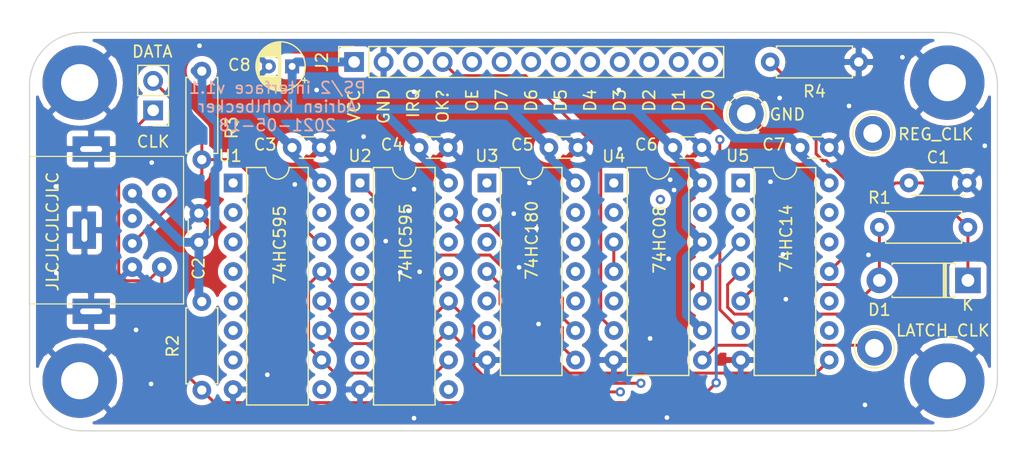
<source format=kicad_pcb>
(kicad_pcb (version 20171130) (host pcbnew "(5.1.10-1-10_14)")
  (layers (0 F.Cu signal) (1 In1.Cu signal) (2 In2.Cu signal) (31 B.Cu signal) (34 B.Paste user) (35 F.Paste user) (36 B.SilkS user) (37 F.SilkS user) (38 B.Mask user) (39 F.Mask user) (44 Edge.Cuts user))
  (net 0 "")
  (net 1 GND)
  (net 2 "Net-(C1-Pad1)")
  (net 3 VCC)
  (net 4 "Net-(D1-Pad2)")
  (net 5 /D0)
  (net 6 /D1)
  (net 7 /D2)
  (net 8 /D3)
  (net 9 /D4)
  (net 10 /D5)
  (net 11 /D6)
  (net 12 /D7)
  (net 13 BUS_ENABLE)
  (net 14 VALID_PACKET)
  (net 15 IRQ)
  (net 16 KBD_CLK)
  (net 17 KBD_DATA)
  (net 18 /DE)
  (net 19 ~REG_OE)
  (net 20 ~LATCH_CLK)
  (net 21 ~REG_CLK)
  (net 22 "Net-(U1-Pad9)")
  (net 23 /DP)
  (net 24 /DS)
  (net 25 "Net-(U3-Pad5)")
  (net 26 "Net-(U3-Pad4)")
  (net 27 "Net-(U4-Pad10)")
  (net 28 "Net-(U4-Pad3)")
  (net 29 "Net-(U4-Pad2)")
  (net 30 "Net-(J1-Pad6)")
  (net 31 "Net-(J1-Pad2)")
  (net 32 "Net-(U2-Pad7)")
  (net 33 "Net-(U2-Pad6)")
  (net 34 "Net-(U2-Pad5)")
  (net 35 "Net-(U2-Pad4)")
  (net 36 "Net-(U2-Pad3)")
  (net 37 "Net-(U2-Pad9)")
  (net 38 "Net-(U3-Pad6)")
  (module TestPoint:TestPoint_Loop_D2.60mm_Drill1.6mm_Beaded (layer F.Cu) (at 137.3886 66.9544)
    (fp_text reference TP3 hide)
    (fp_text value GND (at 3.5306 0.0508) (layer F.SilkS))
    (pad 1 thru_hole circle (at 0 0) (size 3 3) (drill 1.6) (layers *.Cu *.Mask) (net 1 GND))
  )
  (module TestPoint:TestPoint_Loop_D2.60mm_Drill1.6mm_Beaded (layer F.Cu) (at 148.4122 87.122)
    (fp_text reference TP2 hide)
    (fp_text value LATCH_CLK (at 5.8928 -1.524) (layer F.SilkS))
    (pad 1 thru_hole circle (at 0 0) (size 3 3) (drill 1.6) (layers *.Cu *.Mask) (net 20 ~LATCH_CLK))
  )
  (module TestPoint:TestPoint_Loop_D2.60mm_Drill1.6mm_Beaded (layer F.Cu) (at 148.2598 68.6308)
    (fp_text reference TP1 hide)
    (fp_text value REG_CLK (at 5.4356 0.0762) (layer F.SilkS))
    (pad 1 thru_hole circle (at 0 0) (size 3 3) (drill 1.6) (layers *.Cu *.Mask) (net 21 ~REG_CLK))
  )
  (module Connector_PinHeader_2.54mm:PinHeader_1x02_P2.54mm_Vertical (layer F.Cu) (at 86.3346 66.6496 180)
    (fp_text reference J3 hide)
    (fp_text value KBD)
    (pad 2 thru_hole oval (at 0 2.54 180) (size 1.7 1.7) (drill 1) (layers *.Cu *.Mask) (net 17 KBD_DATA))
    (pad 1 thru_hole rect (at 0 0 180) (size 1.7 1.7) (drill 1) (layers *.Cu *.Mask) (net 16 KBD_CLK))
  )
  (module AK's_Footprints:PS2_mini_din_6 (layer F.Cu) (at 82.2706 76.962 270)
    (fp_text reference J1)
    (fp_text value Mini-DIN-6)
    (pad GND thru_hole rect (at -6.985 1.27 270) (size 2.16916 3.2004) (drill oval 0.5 1.9) (layers *.Cu *.Mask) (net 1 GND))
    (pad GND thru_hole rect (at 6.985 1.27 270) (size 2.16916 3.2004) (drill oval 0.5 1.9) (layers *.Cu *.Mask) (net 1 GND))
    (pad GND thru_hole rect (at 0 1.8542 270) (size 3.2004 1.99898) (drill oval 2 0.5) (layers *.Cu *.Mask) (net 1 GND))
    (pad 3 thru_hole circle (at 3.175 -2.27 270) (size 1.7 1.7) (drill 0.75) (layers *.Cu *.Mask) (net 1 GND))
    (pad 4 thru_hole circle (at -3.175 -2.27 270) (size 1.7 1.7) (drill 0.75) (layers *.Cu *.Mask) (net 3 VCC))
    (pad 6 thru_hole circle (at -3.175 -4.81 270) (size 1.7 1.7) (drill 0.75) (layers *.Cu *.Mask) (net 30 "Net-(J1-Pad6)"))
    (pad 5 thru_hole circle (at 3.175 -4.81 270) (size 1.7 1.7) (drill 0.75) (layers *.Cu *.Mask) (net 16 KBD_CLK))
    (pad 1 thru_hole circle (at 1.143 -2.27 270) (size 1.7 1.7) (drill 0.75) (layers *.Cu *.Mask) (net 17 KBD_DATA))
    (pad 2 thru_hole circle (at -1.016 -2.27 270) (size 1.7 1.7) (drill 0.75) (layers *.Cu *.Mask) (net 31 "Net-(J1-Pad2)"))
  )
  (module Package_DIP:DIP-16_W7.62mm (layer F.Cu) (at 93.218 72.898)
    (fp_text reference U1 (at -0.254 -2.33) (layer F.SilkS))
    (fp_text value 74HC595)
    (pad 16 thru_hole oval (at 7.62 0) (size 1.6 1.6) (drill 0.8) (layers *.Cu *.Mask) (net 3 VCC))
    (pad 8 thru_hole oval (at 0 17.78) (size 1.6 1.6) (drill 0.8) (layers *.Cu *.Mask) (net 1 GND))
    (pad 15 thru_hole oval (at 7.62 2.54) (size 1.6 1.6) (drill 0.8) (layers *.Cu *.Mask) (net 18 /DE))
    (pad 7 thru_hole oval (at 0 15.24) (size 1.6 1.6) (drill 0.8) (layers *.Cu *.Mask) (net 7 /D2))
    (pad 14 thru_hole oval (at 7.62 5.08) (size 1.6 1.6) (drill 0.8) (layers *.Cu *.Mask) (net 17 KBD_DATA))
    (pad 6 thru_hole oval (at 0 12.7) (size 1.6 1.6) (drill 0.8) (layers *.Cu *.Mask) (net 8 /D3))
    (pad 13 thru_hole oval (at 7.62 7.62) (size 1.6 1.6) (drill 0.8) (layers *.Cu *.Mask) (net 19 ~REG_OE))
    (pad 5 thru_hole oval (at 0 10.16) (size 1.6 1.6) (drill 0.8) (layers *.Cu *.Mask) (net 9 /D4))
    (pad 12 thru_hole oval (at 7.62 10.16) (size 1.6 1.6) (drill 0.8) (layers *.Cu *.Mask) (net 20 ~LATCH_CLK))
    (pad 4 thru_hole oval (at 0 7.62) (size 1.6 1.6) (drill 0.8) (layers *.Cu *.Mask) (net 10 /D5))
    (pad 11 thru_hole oval (at 7.62 12.7) (size 1.6 1.6) (drill 0.8) (layers *.Cu *.Mask) (net 21 ~REG_CLK))
    (pad 3 thru_hole oval (at 0 5.08) (size 1.6 1.6) (drill 0.8) (layers *.Cu *.Mask) (net 11 /D6))
    (pad 10 thru_hole oval (at 7.62 15.24) (size 1.6 1.6) (drill 0.8) (layers *.Cu *.Mask) (net 19 ~REG_OE))
    (pad 2 thru_hole oval (at 0 2.54) (size 1.6 1.6) (drill 0.8) (layers *.Cu *.Mask) (net 12 /D7))
    (pad 9 thru_hole oval (at 7.62 17.78) (size 1.6 1.6) (drill 0.8) (layers *.Cu *.Mask) (net 22 "Net-(U1-Pad9)"))
    (pad 1 thru_hole rect (at 0 0) (size 1.6 1.6) (drill 0.8) (layers *.Cu *.Mask) (net 23 /DP))
  )
  (module MountingHole:MountingHole_3.2mm_M3_Pad (layer F.Cu) (at 154.686 89.916)
    (fp_text reference H4 hide)
    (fp_text value MountingHole_Pad)
    (pad 1 thru_hole circle (at 0 0) (size 6.4 6.4) (drill 3.2) (layers *.Cu *.Mask) (net 1 GND))
  )
  (module MountingHole:MountingHole_3.2mm_M3_Pad (layer F.Cu) (at 154.686 64.262)
    (fp_text reference H3 hide)
    (fp_text value MountingHole_Pad)
    (pad 1 thru_hole circle (at 0 0) (size 6.4 6.4) (drill 3.2) (layers *.Cu *.Mask) (net 1 GND))
  )
  (module MountingHole:MountingHole_3.2mm_M3_Pad (layer F.Cu) (at 80.01 89.916)
    (fp_text reference H2 hide)
    (fp_text value MountingHole_Pad)
    (pad 1 thru_hole circle (at 0 0) (size 6.4 6.4) (drill 3.2) (layers *.Cu *.Mask) (net 1 GND))
  )
  (module MountingHole:MountingHole_3.2mm_M3_Pad (layer F.Cu) (at 80.01 64.262)
    (fp_text reference H1 hide)
    (fp_text value MountingHole_Pad)
    (pad 1 thru_hole circle (at 0 0) (size 6.4 6.4) (drill 3.2) (layers *.Cu *.Mask) (net 1 GND))
  )
  (module Capacitor_THT:CP_Radial_D4.0mm_P2.00mm (layer F.Cu) (at 98.298 62.865 180)
    (fp_text reference C8 (at 4.5466 0.127) (layer F.SilkS))
    (fp_text value 10uF)
    (pad 2 thru_hole circle (at 2 0 180) (size 1.2 1.2) (drill 0.6) (layers *.Cu *.Mask) (net 1 GND))
    (pad 1 thru_hole rect (at 0 0 180) (size 1.2 1.2) (drill 0.6) (layers *.Cu *.Mask) (net 3 VCC))
  )
  (module Package_DIP:DIP-14_W7.62mm (layer F.Cu) (at 136.906 72.898)
    (fp_text reference U5 (at -0.254 -2.33) (layer F.SilkS))
    (fp_text value 74HC14)
    (pad 14 thru_hole oval (at 7.62 0) (size 1.6 1.6) (drill 0.8) (layers *.Cu *.Mask) (net 3 VCC))
    (pad 7 thru_hole oval (at 0 15.24) (size 1.6 1.6) (drill 0.8) (layers *.Cu *.Mask) (net 1 GND))
    (pad 13 thru_hole oval (at 7.62 2.54) (size 1.6 1.6) (drill 0.8) (layers *.Cu *.Mask) (net 16 KBD_CLK))
    (pad 6 thru_hole oval (at 0 12.7) (size 1.6 1.6) (drill 0.8) (layers *.Cu *.Mask) (net 15 IRQ))
    (pad 12 thru_hole oval (at 7.62 5.08) (size 1.6 1.6) (drill 0.8) (layers *.Cu *.Mask) (net 21 ~REG_CLK))
    (pad 5 thru_hole oval (at 0 10.16) (size 1.6 1.6) (drill 0.8) (layers *.Cu *.Mask) (net 2 "Net-(C1-Pad1)"))
    (pad 11 thru_hole oval (at 7.62 7.62) (size 1.6 1.6) (drill 0.8) (layers *.Cu *.Mask) (net 13 BUS_ENABLE))
    (pad 4 thru_hole oval (at 0 7.62) (size 1.6 1.6) (drill 0.8) (layers *.Cu *.Mask) (net 4 "Net-(D1-Pad2)"))
    (pad 10 thru_hole oval (at 7.62 10.16) (size 1.6 1.6) (drill 0.8) (layers *.Cu *.Mask) (net 19 ~REG_OE))
    (pad 3 thru_hole oval (at 0 5.08) (size 1.6 1.6) (drill 0.8) (layers *.Cu *.Mask) (net 16 KBD_CLK))
    (pad 9 thru_hole oval (at 7.62 12.7) (size 1.6 1.6) (drill 0.8) (layers *.Cu *.Mask) (net 23 /DP))
    (pad 2 thru_hole oval (at 0 2.54) (size 1.6 1.6) (drill 0.8) (layers *.Cu *.Mask) (net 29 "Net-(U4-Pad2)"))
    (pad 8 thru_hole oval (at 7.62 15.24) (size 1.6 1.6) (drill 0.8) (layers *.Cu *.Mask) (net 26 "Net-(U3-Pad4)"))
    (pad 1 thru_hole rect (at 0 0) (size 1.6 1.6) (drill 0.8) (layers *.Cu *.Mask) (net 24 /DS))
  )
  (module Capacitor_THT:C_Disc_D4.3mm_W1.9mm_P5.00mm (layer F.Cu) (at 151.384 72.898)
    (fp_text reference C1 (at 2.5 -2.2) (layer F.SilkS))
    (fp_text value 10nF)
    (pad 2 thru_hole circle (at 5 0) (size 1.6 1.6) (drill 0.8) (layers *.Cu *.Mask) (net 1 GND))
    (pad 1 thru_hole circle (at 0 0) (size 1.6 1.6) (drill 0.8) (layers *.Cu *.Mask) (net 2 "Net-(C1-Pad1)"))
  )
  (module Resistor_THT:R_Axial_DIN0207_L6.3mm_D2.5mm_P7.62mm_Horizontal (layer F.Cu) (at 139.446 62.484)
    (fp_text reference R4 (at 3.81 2.54) (layer F.SilkS))
    (fp_text value 10k)
    (pad 2 thru_hole oval (at 7.62 0) (size 1.6 1.6) (drill 0.8) (layers *.Cu *.Mask) (net 1 GND))
    (pad 1 thru_hole circle (at 0 0) (size 1.6 1.6) (drill 0.8) (layers *.Cu *.Mask) (net 13 BUS_ENABLE))
  )
  (module Resistor_THT:R_Axial_DIN0207_L6.3mm_D2.5mm_P7.62mm_Horizontal (layer F.Cu) (at 90.5256 63.2714 270)
    (fp_text reference R3 (at 4.8768 -2.5654 90) (layer F.SilkS))
    (fp_text value 10k)
    (pad 2 thru_hole oval (at 7.62 0 270) (size 1.6 1.6) (drill 0.8) (layers *.Cu *.Mask) (net 17 KBD_DATA))
    (pad 1 thru_hole circle (at 0 0 270) (size 1.6 1.6) (drill 0.8) (layers *.Cu *.Mask) (net 3 VCC))
  )
  (module Resistor_THT:R_Axial_DIN0207_L6.3mm_D2.5mm_P7.62mm_Horizontal (layer F.Cu) (at 90.5256 83.1088 270)
    (fp_text reference R2 (at 3.8354 2.5146 90) (layer F.SilkS))
    (fp_text value 10k)
    (pad 2 thru_hole oval (at 7.62 0 270) (size 1.6 1.6) (drill 0.8) (layers *.Cu *.Mask) (net 16 KBD_CLK))
    (pad 1 thru_hole circle (at 0 0 270) (size 1.6 1.6) (drill 0.8) (layers *.Cu *.Mask) (net 3 VCC))
  )
  (module Resistor_THT:R_Axial_DIN0207_L6.3mm_D2.5mm_P7.62mm_Horizontal (layer F.Cu) (at 148.844 76.708)
    (fp_text reference R1 (at 0 -2.54) (layer F.SilkS))
    (fp_text value 22k)
    (pad 2 thru_hole oval (at 7.62 0) (size 1.6 1.6) (drill 0.8) (layers *.Cu *.Mask) (net 2 "Net-(C1-Pad1)"))
    (pad 1 thru_hole circle (at 0 0) (size 1.6 1.6) (drill 0.8) (layers *.Cu *.Mask) (net 4 "Net-(D1-Pad2)"))
  )
  (module Diode_THT:D_DO-41_SOD81_P7.62mm_Horizontal (layer F.Cu) (at 156.464 81.28 180)
    (fp_text reference D1 (at 7.62 -2.54) (layer F.SilkS))
    (fp_text value 1N5817)
    (fp_text user K (at 0 -2.1) (layer F.SilkS))
    (pad 2 thru_hole oval (at 7.62 0 180) (size 2.2 2.2) (drill 1.1) (layers *.Cu *.Mask) (net 4 "Net-(D1-Pad2)"))
    (pad 1 thru_hole rect (at 0 0 180) (size 2.2 2.2) (drill 1.1) (layers *.Cu *.Mask) (net 2 "Net-(C1-Pad1)"))
  )
  (module Capacitor_THT:C_Disc_D3.0mm_W1.6mm_P2.50mm (layer F.Cu) (at 142.026 69.85)
    (fp_text reference C7 (at -2.286 -0.254) (layer F.SilkS))
    (fp_text value 0.1uF)
    (pad 2 thru_hole circle (at 2.5 0) (size 1.6 1.6) (drill 0.8) (layers *.Cu *.Mask) (net 1 GND))
    (pad 1 thru_hole circle (at 0 0) (size 1.6 1.6) (drill 0.8) (layers *.Cu *.Mask) (net 3 VCC))
  )
  (module Capacitor_THT:C_Disc_D3.0mm_W1.6mm_P2.50mm (layer F.Cu) (at 131.064 69.85)
    (fp_text reference C6 (at -2.286 -0.254) (layer F.SilkS))
    (fp_text value 0.1uF)
    (pad 2 thru_hole circle (at 2.5 0) (size 1.6 1.6) (drill 0.8) (layers *.Cu *.Mask) (net 1 GND))
    (pad 1 thru_hole circle (at 0 0) (size 1.6 1.6) (drill 0.8) (layers *.Cu *.Mask) (net 3 VCC))
  )
  (module Capacitor_THT:C_Disc_D3.0mm_W1.6mm_P2.50mm (layer F.Cu) (at 120.396 69.85)
    (fp_text reference C5 (at -2.286 -0.254) (layer F.SilkS))
    (fp_text value 0.1uF)
    (pad 2 thru_hole circle (at 2.5 0) (size 1.6 1.6) (drill 0.8) (layers *.Cu *.Mask) (net 1 GND))
    (pad 1 thru_hole circle (at 0 0) (size 1.6 1.6) (drill 0.8) (layers *.Cu *.Mask) (net 3 VCC))
  )
  (module Capacitor_THT:C_Disc_D3.0mm_W1.6mm_P2.50mm (layer F.Cu) (at 109.22 69.85)
    (fp_text reference C4 (at -2.326 -0.254) (layer F.SilkS))
    (fp_text value 0.1uF)
    (pad 2 thru_hole circle (at 2.5 0) (size 1.6 1.6) (drill 0.8) (layers *.Cu *.Mask) (net 1 GND))
    (pad 1 thru_hole circle (at 0 0) (size 1.6 1.6) (drill 0.8) (layers *.Cu *.Mask) (net 3 VCC))
  )
  (module Capacitor_THT:C_Disc_D3.0mm_W1.6mm_P2.50mm (layer F.Cu) (at 98.298 69.85)
    (fp_text reference C3 (at -2.326 -0.254) (layer F.SilkS))
    (fp_text value 0.1uF)
    (pad 2 thru_hole circle (at 2.5 0) (size 1.6 1.6) (drill 0.8) (layers *.Cu *.Mask) (net 1 GND))
    (pad 1 thru_hole circle (at 0 0) (size 1.6 1.6) (drill 0.8) (layers *.Cu *.Mask) (net 3 VCC))
  )
  (module Capacitor_THT:C_Disc_D3.0mm_W1.6mm_P2.50mm (layer F.Cu) (at 90.2716 78.0034 90)
    (fp_text reference C2 (at -2.2606 -0.0254 90) (layer F.SilkS))
    (fp_text value 0.1uF)
    (pad 2 thru_hole circle (at 2.5 0 90) (size 1.6 1.6) (drill 0.8) (layers *.Cu *.Mask) (net 1 GND))
    (pad 1 thru_hole circle (at 0 0 90) (size 1.6 1.6) (drill 0.8) (layers *.Cu *.Mask) (net 3 VCC))
  )
  (module Package_DIP:DIP-14_W7.62mm (layer F.Cu) (at 125.984 72.898)
    (fp_text reference U4 (at 0 -2.286) (layer F.SilkS))
    (fp_text value 74HC08)
    (pad 14 thru_hole oval (at 7.62 0) (size 1.6 1.6) (drill 0.8) (layers *.Cu *.Mask) (net 3 VCC))
    (pad 7 thru_hole oval (at 0 15.24) (size 1.6 1.6) (drill 0.8) (layers *.Cu *.Mask) (net 1 GND))
    (pad 13 thru_hole oval (at 7.62 2.54) (size 1.6 1.6) (drill 0.8) (layers *.Cu *.Mask) (net 21 ~REG_CLK))
    (pad 6 thru_hole oval (at 0 12.7) (size 1.6 1.6) (drill 0.8) (layers *.Cu *.Mask) (net 14 VALID_PACKET))
    (pad 12 thru_hole oval (at 7.62 5.08) (size 1.6 1.6) (drill 0.8) (layers *.Cu *.Mask) (net 3 VCC))
    (pad 5 thru_hole oval (at 0 10.16) (size 1.6 1.6) (drill 0.8) (layers *.Cu *.Mask) (net 25 "Net-(U3-Pad5)"))
    (pad 11 thru_hole oval (at 7.62 7.62) (size 1.6 1.6) (drill 0.8) (layers *.Cu *.Mask) (net 27 "Net-(U4-Pad10)"))
    (pad 4 thru_hole oval (at 0 7.62) (size 1.6 1.6) (drill 0.8) (layers *.Cu *.Mask) (net 28 "Net-(U4-Pad3)"))
    (pad 10 thru_hole oval (at 7.62 10.16) (size 1.6 1.6) (drill 0.8) (layers *.Cu *.Mask) (net 27 "Net-(U4-Pad10)"))
    (pad 3 thru_hole oval (at 0 5.08) (size 1.6 1.6) (drill 0.8) (layers *.Cu *.Mask) (net 28 "Net-(U4-Pad3)"))
    (pad 9 thru_hole oval (at 7.62 12.7) (size 1.6 1.6) (drill 0.8) (layers *.Cu *.Mask) (net 3 VCC))
    (pad 2 thru_hole oval (at 0 2.54) (size 1.6 1.6) (drill 0.8) (layers *.Cu *.Mask) (net 29 "Net-(U4-Pad2)"))
    (pad 8 thru_hole oval (at 7.62 15.24) (size 1.6 1.6) (drill 0.8) (layers *.Cu *.Mask) (net 20 ~LATCH_CLK))
    (pad 1 thru_hole rect (at 0 0) (size 1.6 1.6) (drill 0.8) (layers *.Cu *.Mask) (net 18 /DE))
  )
  (module Package_DIP:DIP-14_W7.62mm (layer F.Cu) (at 115.062 72.898)
    (fp_text reference U3 (at 0 -2.33) (layer F.SilkS))
    (fp_text value 74HC180)
    (pad 14 thru_hole oval (at 7.62 0) (size 1.6 1.6) (drill 0.8) (layers *.Cu *.Mask) (net 3 VCC))
    (pad 7 thru_hole oval (at 0 15.24) (size 1.6 1.6) (drill 0.8) (layers *.Cu *.Mask) (net 1 GND))
    (pad 13 thru_hole oval (at 7.62 2.54) (size 1.6 1.6) (drill 0.8) (layers *.Cu *.Mask) (net 10 /D5))
    (pad 6 thru_hole oval (at 0 12.7) (size 1.6 1.6) (drill 0.8) (layers *.Cu *.Mask) (net 38 "Net-(U3-Pad6)"))
    (pad 12 thru_hole oval (at 7.62 5.08) (size 1.6 1.6) (drill 0.8) (layers *.Cu *.Mask) (net 9 /D4))
    (pad 5 thru_hole oval (at 0 10.16) (size 1.6 1.6) (drill 0.8) (layers *.Cu *.Mask) (net 25 "Net-(U3-Pad5)"))
    (pad 11 thru_hole oval (at 7.62 7.62) (size 1.6 1.6) (drill 0.8) (layers *.Cu *.Mask) (net 8 /D3))
    (pad 4 thru_hole oval (at 0 7.62) (size 1.6 1.6) (drill 0.8) (layers *.Cu *.Mask) (net 26 "Net-(U3-Pad4)"))
    (pad 10 thru_hole oval (at 7.62 10.16) (size 1.6 1.6) (drill 0.8) (layers *.Cu *.Mask) (net 7 /D2))
    (pad 3 thru_hole oval (at 0 5.08) (size 1.6 1.6) (drill 0.8) (layers *.Cu *.Mask) (net 23 /DP))
    (pad 9 thru_hole oval (at 7.62 12.7) (size 1.6 1.6) (drill 0.8) (layers *.Cu *.Mask) (net 6 /D1))
    (pad 2 thru_hole oval (at 0 2.54) (size 1.6 1.6) (drill 0.8) (layers *.Cu *.Mask) (net 12 /D7))
    (pad 8 thru_hole oval (at 7.62 15.24) (size 1.6 1.6) (drill 0.8) (layers *.Cu *.Mask) (net 5 /D0))
    (pad 1 thru_hole rect (at 0 0) (size 1.6 1.6) (drill 0.8) (layers *.Cu *.Mask) (net 11 /D6))
  )
  (module Package_DIP:DIP-16_W7.62mm (layer F.Cu) (at 104.14 72.898)
    (fp_text reference U2 (at 0 -2.33) (layer F.SilkS))
    (fp_text value 74HC595)
    (pad 16 thru_hole oval (at 7.62 0) (size 1.6 1.6) (drill 0.8) (layers *.Cu *.Mask) (net 3 VCC))
    (pad 8 thru_hole oval (at 0 17.78) (size 1.6 1.6) (drill 0.8) (layers *.Cu *.Mask) (net 1 GND))
    (pad 15 thru_hole oval (at 7.62 2.54) (size 1.6 1.6) (drill 0.8) (layers *.Cu *.Mask) (net 6 /D1))
    (pad 7 thru_hole oval (at 0 15.24) (size 1.6 1.6) (drill 0.8) (layers *.Cu *.Mask) (net 32 "Net-(U2-Pad7)"))
    (pad 14 thru_hole oval (at 7.62 5.08) (size 1.6 1.6) (drill 0.8) (layers *.Cu *.Mask) (net 22 "Net-(U1-Pad9)"))
    (pad 6 thru_hole oval (at 0 12.7) (size 1.6 1.6) (drill 0.8) (layers *.Cu *.Mask) (net 33 "Net-(U2-Pad6)"))
    (pad 13 thru_hole oval (at 7.62 7.62) (size 1.6 1.6) (drill 0.8) (layers *.Cu *.Mask) (net 19 ~REG_OE))
    (pad 5 thru_hole oval (at 0 10.16) (size 1.6 1.6) (drill 0.8) (layers *.Cu *.Mask) (net 34 "Net-(U2-Pad5)"))
    (pad 12 thru_hole oval (at 7.62 10.16) (size 1.6 1.6) (drill 0.8) (layers *.Cu *.Mask) (net 20 ~LATCH_CLK))
    (pad 4 thru_hole oval (at 0 7.62) (size 1.6 1.6) (drill 0.8) (layers *.Cu *.Mask) (net 35 "Net-(U2-Pad4)"))
    (pad 11 thru_hole oval (at 7.62 12.7) (size 1.6 1.6) (drill 0.8) (layers *.Cu *.Mask) (net 21 ~REG_CLK))
    (pad 3 thru_hole oval (at 0 5.08) (size 1.6 1.6) (drill 0.8) (layers *.Cu *.Mask) (net 36 "Net-(U2-Pad3)"))
    (pad 10 thru_hole oval (at 7.62 15.24) (size 1.6 1.6) (drill 0.8) (layers *.Cu *.Mask) (net 19 ~REG_OE))
    (pad 2 thru_hole oval (at 0 2.54) (size 1.6 1.6) (drill 0.8) (layers *.Cu *.Mask) (net 24 /DS))
    (pad 9 thru_hole oval (at 7.62 17.78) (size 1.6 1.6) (drill 0.8) (layers *.Cu *.Mask) (net 37 "Net-(U2-Pad9)"))
    (pad 1 thru_hole rect (at 0 0) (size 1.6 1.6) (drill 0.8) (layers *.Cu *.Mask) (net 5 /D0))
  )
  (module Connector_PinSocket_2.54mm:PinSocket_1x13_P2.54mm_Vertical (layer F.Cu) (at 103.632 62.484 90)
    (fp_text reference J2 (at 0 -2.77 90) (layer F.SilkS))
    (fp_text value Conn_01x13)
    (pad 13 thru_hole oval (at 0 30.48 90) (size 1.7 1.7) (drill 1) (layers *.Cu *.Mask) (net 5 /D0))
    (pad 12 thru_hole oval (at 0 27.94 90) (size 1.7 1.7) (drill 1) (layers *.Cu *.Mask) (net 6 /D1))
    (pad 11 thru_hole oval (at 0 25.4 90) (size 1.7 1.7) (drill 1) (layers *.Cu *.Mask) (net 7 /D2))
    (pad 10 thru_hole oval (at 0 22.86 90) (size 1.7 1.7) (drill 1) (layers *.Cu *.Mask) (net 8 /D3))
    (pad 9 thru_hole oval (at 0 20.32 90) (size 1.7 1.7) (drill 1) (layers *.Cu *.Mask) (net 9 /D4))
    (pad 8 thru_hole oval (at 0 17.78 90) (size 1.7 1.7) (drill 1) (layers *.Cu *.Mask) (net 10 /D5))
    (pad 7 thru_hole oval (at 0 15.24 90) (size 1.7 1.7) (drill 1) (layers *.Cu *.Mask) (net 11 /D6))
    (pad 6 thru_hole oval (at 0 12.7 90) (size 1.7 1.7) (drill 1) (layers *.Cu *.Mask) (net 12 /D7))
    (pad 5 thru_hole oval (at 0 10.16 90) (size 1.7 1.7) (drill 1) (layers *.Cu *.Mask) (net 13 BUS_ENABLE))
    (pad 4 thru_hole oval (at 0 7.62 90) (size 1.7 1.7) (drill 1) (layers *.Cu *.Mask) (net 14 VALID_PACKET))
    (pad 3 thru_hole oval (at 0 5.08 90) (size 1.7 1.7) (drill 1) (layers *.Cu *.Mask) (net 15 IRQ))
    (pad 2 thru_hole oval (at 0 2.54 90) (size 1.7 1.7) (drill 1) (layers *.Cu *.Mask) (net 1 GND))
    (pad 1 thru_hole rect (at 0 0 90) (size 1.7 1.7) (drill 1) (layers *.Cu *.Mask) (net 3 VCC))
  )
  (gr_text JLCJLCJLCJLC (at 77.6732 77.089 90) (layer F.SilkS) (effects (font (size 1 1))))
  (gr_text CLK (at 86.3346 69.342) (layer F.SilkS) (effects (font (size 1 1))))
  (gr_text DATA (at 86.2584 61.595) (layer F.SilkS) (effects (font (size 1 1))))
  (gr_text "PS/2 interface v1.1\nAdrien Kohlbecker\n2021-05-18" (at 97.028 66.3194) (layer B.SilkS) (effects (font (size 1 1)) (justify mirror)))
  (gr_arc (start 154.432 64.516) (end 159.004 64.516) (angle -90) (layer Edge.Cuts) (width 0.1))
  (gr_arc (start 154.432 89.662) (end 154.432 94.234) (angle -90) (layer Edge.Cuts) (width 0.1))
  (gr_arc (start 80.264 89.662) (end 75.692 89.662) (angle -90) (layer Edge.Cuts) (width 0.1))
  (gr_arc (start 80.264 64.516) (end 80.264 59.944) (angle -90) (layer Edge.Cuts) (width 0.1))
  (gr_text D0 (at 134.112 65.786 90) (layer F.SilkS) (effects (font (size 1 1))))
  (gr_text D1 (at 131.572 65.786 90) (layer F.SilkS) (effects (font (size 1 1))))
  (gr_text D2 (at 129.032 65.786 90) (layer F.SilkS) (effects (font (size 1 1))))
  (gr_text D3 (at 126.492 65.786 90) (layer F.SilkS) (effects (font (size 1 1))))
  (gr_text D4 (at 123.952 65.786 90) (layer F.SilkS) (effects (font (size 1 1))))
  (gr_text D5 (at 121.412 65.786 90) (layer F.SilkS) (effects (font (size 1 1))))
  (gr_text D6 (at 118.872 65.786 90) (layer F.SilkS) (effects (font (size 1 1))))
  (gr_text D7 (at 116.332 65.786 90) (layer F.SilkS) (effects (font (size 1 1))))
  (gr_text OE (at 113.792 65.786 90) (layer F.SilkS) (effects (font (size 1 1))))
  (gr_text OK? (at 111.252 66.294 90) (layer F.SilkS) (effects (font (size 1 1))))
  (gr_text IRQ (at 108.712 66.04 90) (layer F.SilkS) (effects (font (size 1 1))))
  (gr_text GND (at 106.172 66.294 90) (layer F.SilkS) (effects (font (size 1 1))))
  (gr_text VCC (at 103.632 66.294 90) (layer F.SilkS) (effects (font (size 1 1))))
  (gr_text 74HC14 (at 140.8176 77.6732 90) (layer F.SilkS) (effects (font (size 1 1))))
  (gr_text 74HC08 (at 129.921 77.7748 90) (layer F.SilkS) (effects (font (size 1 1))))
  (gr_text 74HC180 (at 118.9228 77.8256 90) (layer F.SilkS) (effects (font (size 1 1))))
  (gr_text 74HC595 (at 108.077 78.0542 90) (layer F.SilkS) (effects (font (size 1 1))))
  (gr_text 74HC595 (at 97.2312 78.232 90) (layer F.SilkS) (effects (font (size 1 1))))
  (gr_line (start 75.692 89.662) (end 75.692 64.516) (layer Edge.Cuts) (width 0.1))
  (gr_line (start 80.264 59.944) (end 154.432 59.944) (layer Edge.Cuts) (width 0.1))
  (gr_line (start 159.004 64.516) (end 159.004 89.662) (layer Edge.Cuts) (width 0.1))
  (gr_line (start 154.432 94.234) (end 80.264 94.234) (layer Edge.Cuts) (width 0.1))
  (segment (start 82.042 69.977) (end 82.042 69.85) (width 0.762) (layer B.Cu) (net 1))
  (via (at 108.7882 73.4314) (size 0.8) (drill 0.4) (layers F.Cu B.Cu) (net 1))
  (via (at 118.7196 72.898) (size 0.8) (drill 0.4) (layers F.Cu B.Cu) (net 1))
  (via (at 117.3734 75.5396) (size 0.8) (drill 0.4) (layers F.Cu B.Cu) (net 1))
  (via (at 119.3292 76.8096) (size 0.8) (drill 0.4) (layers F.Cu B.Cu) (net 1))
  (via (at 126.492 69.977) (size 0.8) (drill 0.4) (layers F.Cu B.Cu) (net 1))
  (via (at 130.8354 72.6186) (size 0.8) (drill 0.4) (layers F.Cu B.Cu) (net 1))
  (via (at 107.5944 80.5942) (size 0.8) (drill 0.4) (layers F.Cu B.Cu) (net 1))
  (via (at 106.3498 77.9018) (size 0.8) (drill 0.4) (layers F.Cu B.Cu) (net 1))
  (via (at 86.2076 71.1454) (size 0.8) (drill 0.4) (layers F.Cu B.Cu) (net 1))
  (via (at 119.507 85.0392) (size 0.8) (drill 0.4) (layers F.Cu B.Cu) (net 1))
  (via (at 117.8306 80.1624) (size 0.8) (drill 0.4) (layers F.Cu B.Cu) (net 1))
  (via (at 140.7922 82.9056) (size 0.8) (drill 0.4) (layers F.Cu B.Cu) (net 1))
  (via (at 147.9042 79.0956) (size 0.8) (drill 0.4) (layers F.Cu B.Cu) (net 1))
  (via (at 86.1568 90.1954) (size 0.8) (drill 0.4) (layers F.Cu B.Cu) (net 1))
  (via (at 78.0034 80.645) (size 0.8) (drill 0.4) (layers F.Cu B.Cu) (net 1))
  (via (at 77.9526 73.2028) (size 0.8) (drill 0.4) (layers F.Cu B.Cu) (net 1))
  (via (at 90.3224 61.087) (size 0.8) (drill 0.4) (layers F.Cu B.Cu) (net 1))
  (via (at 100.4062 64.897) (size 0.8) (drill 0.4) (layers F.Cu B.Cu) (net 1))
  (via (at 104.4448 68.9102) (size 0.8) (drill 0.4) (layers F.Cu B.Cu) (net 1))
  (via (at 98.5266 73.025) (size 0.8) (drill 0.4) (layers F.Cu B.Cu) (net 1))
  (via (at 109.2708 80.5434) (size 0.8) (drill 0.4) (layers F.Cu B.Cu) (net 1))
  (via (at 108.3056 75.2856) (size 0.8) (drill 0.4) (layers F.Cu B.Cu) (net 1))
  (via (at 131.1656 73.5076) (size 0.8) (drill 0.4) (layers F.Cu B.Cu) (net 1))
  (via (at 129.1082 86.2838) (size 0.8) (drill 0.4) (layers F.Cu B.Cu) (net 1))
  (via (at 130.7084 79.4258) (size 0.8) (drill 0.4) (layers F.Cu B.Cu) (net 1))
  (via (at 140.5382 79.0448) (size 0.8) (drill 0.4) (layers F.Cu B.Cu) (net 1))
  (via (at 139.4714 72.7964) (size 0.8) (drill 0.4) (layers F.Cu B.Cu) (net 1))
  (via (at 140.2588 65.5828) (size 0.8) (drill 0.4) (layers F.Cu B.Cu) (net 1))
  (via (at 146.2278 66.2686) (size 0.8) (drill 0.4) (layers F.Cu B.Cu) (net 1))
  (via (at 150.8252 62.0776) (size 0.8) (drill 0.4) (layers F.Cu B.Cu) (net 1))
  (via (at 157.9118 69.6976) (size 0.8) (drill 0.4) (layers F.Cu B.Cu) (net 1))
  (via (at 147.5994 91.9988) (size 0.8) (drill 0.4) (layers F.Cu B.Cu) (net 1))
  (via (at 130.556 93.091) (size 0.8) (drill 0.4) (layers F.Cu B.Cu) (net 1))
  (via (at 108.7882 93.1418) (size 0.8) (drill 0.4) (layers F.Cu B.Cu) (net 1))
  (via (at 96.1644 89.408) (size 0.8) (drill 0.4) (layers F.Cu B.Cu) (net 1))
  (via (at 108.7882 65.0494) (size 0.8) (drill 0.4) (layers F.Cu B.Cu) (net 1))
  (via (at 126.4158 64.897) (size 0.8) (drill 0.4) (layers F.Cu B.Cu) (net 1))
  (via (at 84.8614 85.5472) (size 0.8) (drill 0.4) (layers F.Cu B.Cu) (net 1))
  (segment (start 152.654 72.898) (end 156.464 76.708) (width 0.254) (layer F.Cu) (net 2))
  (segment (start 151.384 72.898) (end 152.654 72.898) (width 0.254) (layer F.Cu) (net 2))
  (segment (start 156.464 76.708) (end 156.464 81.28) (width 0.254) (layer F.Cu) (net 2))
  (segment (start 151.384 72.898) (end 150.197268 72.898) (width 0.254) (layer F.Cu) (net 2))
  (segment (start 145.819067 81.645001) (end 138.318999 81.645001) (width 0.254) (layer F.Cu) (net 2))
  (segment (start 146.859611 80.604457) (end 145.819067 81.645001) (width 0.254) (layer F.Cu) (net 2))
  (segment (start 146.859611 76.235657) (end 146.859611 80.604457) (width 0.254) (layer F.Cu) (net 2))
  (segment (start 150.197268 72.898) (end 146.859611 76.235657) (width 0.254) (layer F.Cu) (net 2))
  (segment (start 138.318999 81.645001) (end 136.906 83.058) (width 0.254) (layer F.Cu) (net 2))
  (segment (start 132.222999 76.596999) (end 133.604 77.978) (width 0.762) (layer B.Cu) (net 3))
  (segment (start 132.222999 74.279001) (end 132.222999 76.596999) (width 0.762) (layer B.Cu) (net 3))
  (segment (start 133.604 72.898) (end 132.222999 74.279001) (width 0.762) (layer B.Cu) (net 3))
  (segment (start 132.222999 84.216999) (end 133.604 85.598) (width 0.762) (layer B.Cu) (net 3))
  (segment (start 132.222999 79.359001) (end 132.222999 84.216999) (width 0.762) (layer B.Cu) (net 3))
  (segment (start 133.604 77.978) (end 132.222999 79.359001) (width 0.762) (layer B.Cu) (net 3))
  (segment (start 98.298 70.358) (end 100.838 72.898) (width 0.762) (layer B.Cu) (net 3))
  (segment (start 98.298 69.85) (end 98.298 70.358) (width 0.762) (layer B.Cu) (net 3))
  (segment (start 94.996 66.548) (end 98.298 69.85) (width 0.762) (layer B.Cu) (net 3))
  (segment (start 105.918 66.548) (end 109.22 69.85) (width 0.762) (layer B.Cu) (net 3))
  (segment (start 109.22 70.358) (end 111.76 72.898) (width 0.762) (layer B.Cu) (net 3))
  (segment (start 109.22 69.85) (end 109.22 70.358) (width 0.762) (layer B.Cu) (net 3))
  (segment (start 117.094 66.548) (end 120.396 69.85) (width 0.762) (layer B.Cu) (net 3))
  (segment (start 105.918 66.548) (end 117.094 66.548) (width 0.762) (layer B.Cu) (net 3))
  (segment (start 120.396 70.612) (end 122.682 72.898) (width 0.762) (layer B.Cu) (net 3))
  (segment (start 120.396 69.85) (end 120.396 70.612) (width 0.762) (layer B.Cu) (net 3))
  (segment (start 127.762 66.548) (end 131.064 69.85) (width 0.762) (layer B.Cu) (net 3))
  (segment (start 131.064 70.358) (end 133.604 72.898) (width 0.762) (layer B.Cu) (net 3))
  (segment (start 131.064 69.85) (end 131.064 70.358) (width 0.762) (layer B.Cu) (net 3))
  (segment (start 142.026 70.398) (end 144.526 72.898) (width 0.762) (layer B.Cu) (net 3))
  (segment (start 142.026 69.85) (end 142.026 70.398) (width 0.762) (layer B.Cu) (net 3))
  (segment (start 90.535001 63.839601) (end 89.9414 63.246) (width 0.762) (layer B.Cu) (net 3))
  (segment (start 90.535001 66.405001) (end 90.535001 63.839601) (width 0.762) (layer B.Cu) (net 3))
  (segment (start 90.678 66.548) (end 90.535001 66.405001) (width 0.762) (layer B.Cu) (net 3))
  (segment (start 94.996 66.548) (end 90.678 66.548) (width 0.762) (layer B.Cu) (net 3))
  (segment (start 100.3554 66.548) (end 105.918 66.548) (width 0.762) (layer B.Cu) (net 3))
  (segment (start 99.568 66.548) (end 100.3554 66.548) (width 0.762) (layer B.Cu) (net 3))
  (segment (start 94.996 66.548) (end 98.552 66.548) (width 0.762) (layer B.Cu) (net 3))
  (segment (start 99.0092 66.548) (end 99.568 66.548) (width 0.762) (layer B.Cu) (net 3))
  (segment (start 98.552 66.548) (end 99.0092 66.548) (width 0.762) (layer B.Cu) (net 3))
  (segment (start 98.679 62.484) (end 98.298 62.865) (width 0.762) (layer B.Cu) (net 3))
  (segment (start 103.632 62.484) (end 98.679 62.484) (width 0.762) (layer B.Cu) (net 3))
  (segment (start 98.298 66.294) (end 98.552 66.548) (width 0.762) (layer B.Cu) (net 3))
  (segment (start 98.298 62.865) (end 98.298 66.294) (width 0.762) (layer B.Cu) (net 3))
  (segment (start 91.906601 71.554281) (end 91.652601 71.808281) (width 0.762) (layer B.Cu) (net 3))
  (segment (start 91.906601 67.776601) (end 91.906601 71.554281) (width 0.762) (layer B.Cu) (net 3))
  (segment (start 91.652601 76.622399) (end 90.2716 78.0034) (width 0.762) (layer B.Cu) (net 3))
  (segment (start 91.652601 71.808281) (end 91.652601 76.622399) (width 0.762) (layer B.Cu) (net 3))
  (segment (start 90.678 66.548) (end 91.906601 67.776601) (width 0.762) (layer B.Cu) (net 3))
  (segment (start 88.757 78.0034) (end 84.5406 73.787) (width 0.762) (layer B.Cu) (net 3))
  (segment (start 90.2716 78.0034) (end 88.757 78.0034) (width 0.762) (layer B.Cu) (net 3))
  (segment (start 90.2716 82.8548) (end 90.5256 83.1088) (width 0.762) (layer B.Cu) (net 3))
  (segment (start 90.2716 78.0034) (end 90.2716 82.8548) (width 0.762) (layer B.Cu) (net 3))
  (segment (start 141.226001 69.050001) (end 136.385401 69.050001) (width 0.762) (layer B.Cu) (net 3))
  (segment (start 142.026 69.85) (end 141.226001 69.050001) (width 0.762) (layer B.Cu) (net 3))
  (segment (start 133.8834 66.548) (end 127.2032 66.548) (width 0.762) (layer B.Cu) (net 3))
  (segment (start 127.2032 66.548) (end 127.762 66.548) (width 0.762) (layer B.Cu) (net 3))
  (segment (start 136.385401 69.050001) (end 133.8834 66.548) (width 0.762) (layer B.Cu) (net 3))
  (segment (start 117.094 66.548) (end 127.2032 66.548) (width 0.762) (layer B.Cu) (net 3))
  (segment (start 148.844 76.708) (end 148.844 81.28) (width 0.254) (layer F.Cu) (net 4))
  (segment (start 145.938999 84.185001) (end 148.844 81.28) (width 0.254) (layer F.Cu) (net 4))
  (segment (start 136.365039 84.185001) (end 145.938999 84.185001) (width 0.254) (layer F.Cu) (net 4))
  (segment (start 135.778999 81.645001) (end 135.778999 83.598961) (width 0.254) (layer F.Cu) (net 4))
  (segment (start 135.778999 83.598961) (end 136.365039 84.185001) (width 0.254) (layer F.Cu) (net 4))
  (segment (start 136.906 80.518) (end 135.778999 81.645001) (width 0.254) (layer F.Cu) (net 4))
  (segment (start 121.554999 87.010999) (end 122.682 88.138) (width 0.254) (layer F.Cu) (net 5))
  (segment (start 121.554999 85.343037) (end 121.554999 87.010999) (width 0.254) (layer F.Cu) (net 5))
  (segment (start 115.316963 79.105001) (end 121.554999 85.343037) (width 0.254) (layer F.Cu) (net 5))
  (segment (start 110.347001 79.105001) (end 115.316963 79.105001) (width 0.254) (layer F.Cu) (net 5))
  (segment (start 104.14 72.898) (end 110.347001 79.105001) (width 0.254) (layer F.Cu) (net 5))
  (segment (start 121.554999 82.803037) (end 121.554999 84.470999) (width 0.254) (layer F.Cu) (net 6))
  (segment (start 115.316963 76.565001) (end 121.554999 82.803037) (width 0.254) (layer F.Cu) (net 6))
  (segment (start 112.887001 76.565001) (end 115.316963 76.565001) (width 0.254) (layer F.Cu) (net 6))
  (segment (start 121.554999 84.470999) (end 122.682 85.598) (width 0.254) (layer F.Cu) (net 6))
  (segment (start 111.76 75.438) (end 112.887001 76.565001) (width 0.254) (layer F.Cu) (net 6))
  (segment (start 93.218 88.138) (end 93.218 88.0872) (width 0.254) (layer F.Cu) (net 7))
  (segment (start 144.272963 70.977001) (end 146.4056 73.109638) (width 0.254) (layer F.Cu) (net 13))
  (segment (start 143.985039 70.977001) (end 144.272963 70.977001) (width 0.254) (layer F.Cu) (net 13))
  (segment (start 143.398999 70.390961) (end 143.985039 70.977001) (width 0.254) (layer F.Cu) (net 13))
  (segment (start 139.446 62.484) (end 143.398999 66.436999) (width 0.254) (layer F.Cu) (net 13))
  (segment (start 143.398999 66.436999) (end 143.398999 70.390961) (width 0.254) (layer F.Cu) (net 13))
  (segment (start 146.4056 78.6384) (end 144.526 80.518) (width 0.254) (layer F.Cu) (net 13))
  (segment (start 146.4056 73.109638) (end 146.4056 78.6384) (width 0.254) (layer F.Cu) (net 13))
  (segment (start 124.856999 84.470999) (end 125.984 85.598) (width 0.254) (layer F.Cu) (net 14))
  (segment (start 124.856999 70.143037) (end 124.856999 84.470999) (width 0.254) (layer F.Cu) (net 14))
  (segment (start 118.374963 63.661001) (end 124.856999 70.143037) (width 0.254) (layer F.Cu) (net 14))
  (segment (start 112.429001 63.661001) (end 118.374963 63.661001) (width 0.254) (layer F.Cu) (net 14))
  (segment (start 111.252 62.484) (end 112.429001 63.661001) (width 0.254) (layer F.Cu) (net 14))
  (via (at 135.110748 69.162706) (size 0.8) (drill 0.4) (layers F.Cu B.Cu) (net 15))
  (segment (start 135.110748 83.802748) (end 135.110748 69.162706) (width 0.254) (layer F.Cu) (net 15))
  (segment (start 136.906 85.598) (end 135.110748 83.802748) (width 0.254) (layer F.Cu) (net 15))
  (segment (start 90.789001 90.992201) (end 90.5256 90.7288) (width 0.25) (layer F.Cu) (net 16))
  (segment (start 87.0806 87.2838) (end 90.5256 90.7288) (width 0.254) (layer F.Cu) (net 16))
  (segment (start 87.0806 80.137) (end 87.0806 87.2838) (width 0.254) (layer F.Cu) (net 16))
  (via (at 134.7978 90.0938) (size 0.8) (drill 0.4) (layers F.Cu B.Cu) (net 16))
  (segment (start 91.601801 91.805001) (end 133.086599 91.805001) (width 0.254) (layer F.Cu) (net 16))
  (segment (start 133.086599 91.805001) (end 134.7978 90.0938) (width 0.254) (layer F.Cu) (net 16))
  (segment (start 90.5256 90.7288) (end 91.601801 91.805001) (width 0.254) (layer F.Cu) (net 16))
  (segment (start 134.7978 80.0862) (end 136.906 77.978) (width 0.254) (layer B.Cu) (net 16))
  (segment (start 134.7978 90.0938) (end 134.7978 80.0862) (width 0.254) (layer B.Cu) (net 16))
  (segment (start 83.365599 69.618601) (end 86.3346 66.6496) (width 0.25) (layer F.Cu) (net 16))
  (segment (start 83.365599 80.701001) (end 83.365599 69.618601) (width 0.25) (layer F.Cu) (net 16))
  (segment (start 83.976599 81.312001) (end 83.365599 80.701001) (width 0.25) (layer F.Cu) (net 16))
  (segment (start 85.905599 81.312001) (end 83.976599 81.312001) (width 0.25) (layer F.Cu) (net 16))
  (segment (start 87.0806 80.137) (end 85.905599 81.312001) (width 0.25) (layer F.Cu) (net 16))
  (segment (start 100.486602 77.978) (end 100.838 77.978) (width 0.254) (layer F.Cu) (net 17))
  (segment (start 93.400002 70.8914) (end 100.486602 77.978) (width 0.254) (layer F.Cu) (net 17))
  (segment (start 90.5256 70.8914) (end 93.400002 70.8914) (width 0.254) (layer F.Cu) (net 17))
  (segment (start 90.5256 72.12) (end 90.5256 70.8914) (width 0.254) (layer F.Cu) (net 17))
  (segment (start 84.5406 78.105) (end 90.5256 72.12) (width 0.254) (layer F.Cu) (net 17))
  (segment (start 90.5256 68.3006) (end 86.3346 64.1096) (width 0.25) (layer F.Cu) (net 17))
  (segment (start 90.5256 70.8914) (end 90.5256 68.3006) (width 0.25) (layer F.Cu) (net 17))
  (segment (start 110.632999 89.265001) (end 111.76 88.138) (width 0.254) (layer F.Cu) (net 19))
  (segment (start 101.965001 89.265001) (end 110.632999 89.265001) (width 0.254) (layer F.Cu) (net 19))
  (segment (start 100.838 88.138) (end 101.965001 89.265001) (width 0.254) (layer F.Cu) (net 19))
  (segment (start 101.965001 81.645001) (end 110.632999 81.645001) (width 0.254) (layer F.Cu) (net 19))
  (segment (start 110.632999 81.645001) (end 111.76 80.518) (width 0.254) (layer F.Cu) (net 19))
  (segment (start 100.838 80.518) (end 101.965001 81.645001) (width 0.254) (layer F.Cu) (net 19))
  (segment (start 99.710999 81.645001) (end 100.838 80.518) (width 0.254) (layer F.Cu) (net 19))
  (segment (start 99.710999 87.010999) (end 99.710999 81.645001) (width 0.254) (layer F.Cu) (net 19))
  (segment (start 100.838 88.138) (end 99.710999 87.010999) (width 0.254) (layer F.Cu) (net 19))
  (segment (start 110.632999 84.185001) (end 111.76 83.058) (width 0.254) (layer F.Cu) (net 20))
  (segment (start 101.965001 84.185001) (end 110.632999 84.185001) (width 0.254) (layer F.Cu) (net 20))
  (segment (start 100.838 83.058) (end 101.965001 84.185001) (width 0.254) (layer F.Cu) (net 20))
  (via (at 128.311401 90.140748) (size 0.8) (drill 0.4) (layers F.Cu B.Cu) (net 20))
  (segment (start 113.934999 85.232999) (end 111.76 83.058) (width 0.254) (layer F.Cu) (net 20))
  (segment (start 113.934999 88.678961) (end 113.934999 85.232999) (width 0.254) (layer F.Cu) (net 20))
  (segment (start 115.396786 90.140748) (end 113.934999 88.678961) (width 0.254) (layer F.Cu) (net 20))
  (segment (start 128.311401 90.140748) (end 115.396786 90.140748) (width 0.254) (layer F.Cu) (net 20))
  (segment (start 133.604 88.138) (end 134.874 86.868) (width 0.254) (layer F.Cu) (net 20))
  (segment (start 148.1582 86.868) (end 148.4122 87.122) (width 0.254) (layer F.Cu) (net 20))
  (segment (start 134.874 86.868) (end 148.1582 86.868) (width 0.254) (layer F.Cu) (net 20))
  (segment (start 110.632999 86.725001) (end 111.76 85.598) (width 0.254) (layer F.Cu) (net 21))
  (segment (start 101.965001 86.725001) (end 110.632999 86.725001) (width 0.254) (layer F.Cu) (net 21))
  (segment (start 100.838 85.598) (end 101.965001 86.725001) (width 0.254) (layer F.Cu) (net 21))
  (via (at 126.5428 90.8812) (size 0.8) (drill 0.4) (layers F.Cu B.Cu) (net 21))
  (segment (start 113.480989 88.867019) (end 113.480989 87.318989) (width 0.254) (layer F.Cu) (net 21))
  (segment (start 115.49517 90.8812) (end 113.480989 88.867019) (width 0.254) (layer F.Cu) (net 21))
  (segment (start 113.480989 87.318989) (end 111.76 85.598) (width 0.254) (layer F.Cu) (net 21))
  (segment (start 126.5428 90.8812) (end 115.49517 90.8812) (width 0.254) (layer F.Cu) (net 21))
  (segment (start 144.526 85.598) (end 145.034 85.598) (width 0.254) (layer F.Cu) (net 23))
  (via (at 129.9972 74.3204) (size 0.8) (drill 0.4) (layers F.Cu B.Cu) (net 23))
  (segment (start 116.189001 83.312963) (end 116.189001 81.645001) (width 0.254) (layer F.Cu) (net 26))
  (segment (start 116.189001 81.645001) (end 115.062 80.518) (width 0.254) (layer F.Cu) (net 26))
  (segment (start 122.141039 89.265001) (end 116.189001 83.312963) (width 0.254) (layer F.Cu) (net 26))
  (segment (start 143.398999 89.265001) (end 122.141039 89.265001) (width 0.254) (layer F.Cu) (net 26))
  (segment (start 144.526 88.138) (end 143.398999 89.265001) (width 0.254) (layer F.Cu) (net 26))
  (segment (start 133.604 80.518) (end 133.604 83.058) (width 0.254) (layer F.Cu) (net 27))
  (segment (start 125.984 77.978) (end 125.984 80.518) (width 0.254) (layer F.Cu) (net 28))
  (zone (net 1) (net_name GND) (layer B.Cu) (connect_pads (clearance 0.508)) (min_thickness 0.254) (fill yes (arc_segments 32) (thermal_gap 0.508) (thermal_bridge_width 0.508))
    (polygon (pts (xy 161.29 97.536) (xy 73.406 97.028) (xy 73.406 57.404) (xy 161.29 57.15)))
  )
  (zone (net 1) (net_name GND) (layer F.Cu) (connect_pads (clearance 0.508)) (min_thickness 0.254) (fill yes (arc_segments 32) (thermal_gap 0.508) (thermal_bridge_width 0.508))
    (polygon (pts (xy 161.036 97.536) (xy 73.533 97.028) (xy 73.152 57.404) (xy 161.036 57.15)))
  )
)
</source>
